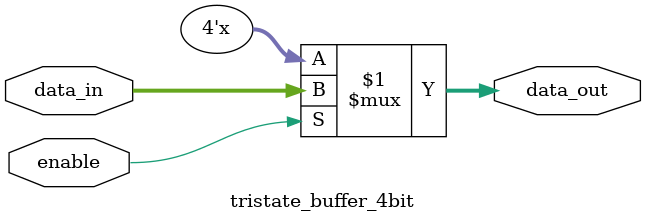
<source format=v>
module tristate_buffer_4bit (
  input  wire [3:0] data_in,
  input  wire       enable,
  output wire [3:0] data_out
);

assign data_out = enable ? data_in : 4'bz;

endmodule

</source>
